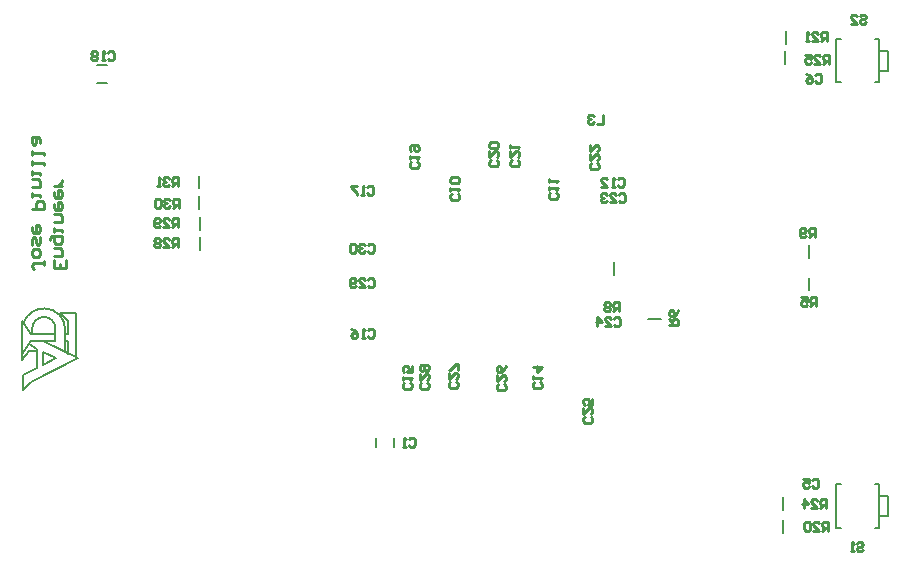
<source format=gbo>
%FSLAX24Y24*%
%MOIN*%
G70*
G01*
G75*
G04 Layer_Color=32896*
%ADD10C,0.0100*%
%ADD11R,0.1693X0.1693*%
%ADD12O,0.0827X0.0118*%
%ADD13O,0.0118X0.0827*%
%ADD14R,0.0512X0.0394*%
%ADD15O,0.0984X0.0276*%
%ADD16R,0.0394X0.0512*%
%ADD17R,0.0551X0.0433*%
%ADD18R,0.0433X0.0551*%
%ADD19R,0.0512X0.0591*%
%ADD20R,0.1299X0.1063*%
%ADD21R,0.0394X0.1063*%
%ADD22R,0.0472X0.0551*%
%ADD23R,0.0551X0.0630*%
%ADD24R,0.0500X0.0300*%
%ADD25C,0.0200*%
%ADD26C,0.0300*%
%ADD27C,0.0250*%
%ADD28C,0.0600*%
%ADD29C,0.0400*%
%ADD30C,0.0150*%
%ADD31C,0.0079*%
%ADD32R,0.7165X0.7146*%
%ADD33R,0.0719X0.1122*%
%ADD34R,0.1516X0.1821*%
%ADD35R,0.1349X0.0305*%
%ADD36R,0.0709X0.0778*%
%ADD37R,0.1830X0.1120*%
%ADD38R,0.2080X0.2124*%
%ADD39R,0.0790X0.5280*%
%ADD40R,0.0810X0.1960*%
%ADD41R,0.1310X0.3313*%
%ADD42R,0.1010X0.0210*%
%ADD43R,0.1490X0.1470*%
%ADD44R,0.0370X0.4820*%
%ADD45R,0.0770X0.0910*%
%ADD46R,0.0920X0.5210*%
%ADD47R,0.1260X0.1830*%
%ADD48R,0.1490X0.6150*%
%ADD49R,0.3870X0.4260*%
%ADD50R,0.1270X0.5300*%
%ADD51R,0.1950X0.1110*%
%ADD52R,0.2270X0.0510*%
%ADD53R,0.0780X0.2500*%
%ADD54R,0.1520X0.0820*%
%ADD55R,0.1890X0.1040*%
%ADD56R,0.3710X0.3070*%
%ADD57R,0.1740X0.1110*%
%ADD58R,0.1460X0.3920*%
%ADD59R,0.2270X0.2971*%
%ADD60R,0.0820X0.6210*%
%ADD61R,0.0810X0.5750*%
%ADD62R,0.1610X0.3230*%
%ADD63R,0.0810X0.1040*%
%ADD64R,0.0470X0.5180*%
%ADD65R,0.1430X0.1840*%
%ADD66R,0.1550X0.2090*%
%ADD67R,0.1370X0.4960*%
%ADD68R,0.1512X0.4310*%
%ADD69R,0.4902X0.1473*%
%ADD70R,0.0710X0.2250*%
%ADD71R,0.4912X0.1971*%
%ADD72R,0.1112X1.9075*%
%ADD73R,0.1452X0.7011*%
%ADD74R,0.0640X0.1540*%
%ADD75R,0.1130X0.1610*%
%ADD76R,0.3340X0.1210*%
%ADD77R,0.1110X0.1820*%
%ADD78R,0.1390X0.1590*%
%ADD79R,0.3241X0.0974*%
%ADD80R,0.1470X0.0847*%
%ADD81R,0.1260X0.9560*%
%ADD82R,0.1100X0.3420*%
%ADD83R,0.1180X0.0590*%
%ADD84R,0.0830X0.3230*%
%ADD85R,0.1820X0.0900*%
%ADD86R,0.0850X0.1900*%
%ADD87R,0.1770X0.0950*%
%ADD88C,0.0320*%
%ADD89R,0.0591X0.0591*%
%ADD90C,0.0591*%
%ADD91R,0.0591X0.0591*%
%ADD92C,0.0500*%
%ADD93R,0.0413X0.0551*%
%ADD94R,0.0669X0.0433*%
%ADD95R,0.0433X0.0669*%
%ADD96R,0.5810X0.0400*%
%ADD97R,0.1370X0.1190*%
%ADD98R,0.0260X0.2940*%
%ADD99R,0.0610X0.3620*%
%ADD100R,0.1330X0.0650*%
%ADD101R,0.0400X0.4480*%
%ADD102R,0.2410X0.0450*%
%ADD103R,0.0890X0.3400*%
%ADD104R,0.6880X0.0610*%
%ADD105R,0.1880X0.3480*%
%ADD106R,0.7920X0.0350*%
%ADD107R,0.0310X0.3890*%
%ADD108R,0.0890X0.0960*%
%ADD109R,0.2450X0.2860*%
%ADD110R,0.0960X0.0910*%
%ADD111R,0.2300X0.1250*%
%ADD112R,0.1320X0.0920*%
%ADD113R,0.1430X0.0570*%
%ADD114R,0.0600X0.2880*%
%ADD115R,0.1560X0.1200*%
%ADD116R,0.0510X0.2190*%
%ADD117R,0.0810X0.0450*%
%ADD118R,0.8040X0.0410*%
%ADD119R,0.1080X0.2300*%
%ADD120R,0.0530X0.1260*%
%ADD121R,0.0690X0.1090*%
%ADD122R,0.3970X0.0570*%
%ADD123R,0.0670X0.1760*%
%ADD124R,0.2440X0.1760*%
%ADD125R,0.3080X0.1760*%
%ADD126R,0.3360X0.3810*%
%ADD127R,0.3950X0.2010*%
%ADD128R,0.5290X0.1430*%
%ADD129R,0.1080X0.1370*%
%ADD130R,0.4870X0.0400*%
%ADD131R,0.3310X0.0720*%
%ADD132R,0.0640X0.3170*%
%ADD133R,1.4780X0.0490*%
%ADD134R,0.8680X0.0890*%
%ADD135R,0.2310X0.1210*%
%ADD136R,0.0660X0.7140*%
%ADD137R,0.3910X0.1760*%
%ADD138R,0.1190X0.4160*%
%ADD139R,0.6620X0.0690*%
%ADD140R,0.1720X0.3830*%
%ADD141R,0.0560X0.2760*%
%ADD142R,0.6730X0.0390*%
%ADD143R,0.2390X0.0640*%
%ADD144R,0.4150X0.0630*%
%ADD145R,0.5920X0.0470*%
%ADD146R,0.3050X0.2190*%
%ADD147R,0.0600X0.1180*%
%ADD148R,0.0840X0.2610*%
%ADD149R,0.4730X0.1350*%
%ADD150R,0.1830X1.0120*%
%ADD151R,0.2560X0.0720*%
%ADD152R,0.2990X0.2490*%
%ADD153R,0.1090X0.5830*%
%ADD154R,0.8340X0.8340*%
%ADD155R,0.3240X0.0960*%
%ADD156R,0.2210X0.1000*%
%ADD157R,0.1070X0.0400*%
%ADD158R,0.0610X0.1460*%
%ADD159R,0.0460X0.1390*%
%ADD160R,0.3240X0.0430*%
%ADD161R,0.0570X0.1510*%
%ADD162R,0.1660X0.0570*%
%ADD163R,0.2810X0.2110*%
%ADD164R,0.0630X0.1380*%
%ADD165R,0.1810X0.0340*%
%ADD166R,0.7090X0.0860*%
%ADD167R,0.1020X0.1410*%
%ADD168R,0.3440X0.0470*%
%ADD169R,0.0670X0.1580*%
%ADD170R,0.0560X0.6510*%
%ADD171R,2.0860X0.0750*%
%ADD172R,0.1230X0.1040*%
%ADD173R,0.1030X0.1670*%
%ADD174R,0.1220X0.0770*%
%ADD175R,0.0490X0.1560*%
%ADD176R,0.1062X0.1940*%
%ADD177R,0.0940X0.1560*%
%ADD178C,0.0098*%
%ADD179C,0.0236*%
%ADD180C,0.0080*%
%ADD181R,0.1773X0.1773*%
%ADD182O,0.0907X0.0198*%
%ADD183O,0.0198X0.0907*%
%ADD184R,0.0592X0.0474*%
%ADD185O,0.1064X0.0356*%
%ADD186R,0.0474X0.0592*%
%ADD187R,0.0631X0.0513*%
%ADD188R,0.0513X0.0631*%
%ADD189R,0.0592X0.0671*%
%ADD190R,0.1379X0.1143*%
%ADD191R,0.0474X0.1143*%
%ADD192R,0.0552X0.0631*%
%ADD193R,0.0631X0.0710*%
%ADD194R,0.0580X0.0380*%
%ADD195C,0.0400*%
%ADD196R,0.0671X0.0671*%
%ADD197C,0.0671*%
%ADD198R,0.0671X0.0671*%
%ADD199C,0.0580*%
%ADD200R,0.0493X0.0631*%
%ADD201R,0.0749X0.0513*%
%ADD202R,0.0513X0.0749*%
%ADD203C,0.0050*%
D10*
X20260Y15289D02*
Y14989D01*
X20060D01*
X19960Y15239D02*
X19910Y15289D01*
X19810D01*
X19760Y15239D01*
Y15189D01*
X19810Y15139D01*
X19860D01*
X19810D01*
X19760Y15089D01*
Y15039D01*
X19810Y14989D01*
X19910D01*
X19960Y15039D01*
X28730Y999D02*
X28780Y1049D01*
X28880D01*
X28930Y999D01*
Y949D01*
X28880Y899D01*
X28780D01*
X28730Y849D01*
Y799D01*
X28780Y749D01*
X28880D01*
X28930Y799D01*
X28630Y749D02*
X28530D01*
X28580D01*
Y1049D01*
X28630Y999D01*
X27780Y1429D02*
Y1729D01*
X27630D01*
X27580Y1679D01*
Y1579D01*
X27630Y1529D01*
X27780D01*
X27680D02*
X27580Y1429D01*
X27280D02*
X27480D01*
X27280Y1629D01*
Y1679D01*
X27330Y1729D01*
X27430D01*
X27480Y1679D01*
X27180D02*
X27130Y1729D01*
X27030D01*
X26980Y1679D01*
Y1479D01*
X27030Y1429D01*
X27130D01*
X27180Y1479D01*
Y1679D01*
X13800Y4469D02*
X13850Y4519D01*
X13950D01*
X14000Y4469D01*
Y4269D01*
X13950Y4219D01*
X13850D01*
X13800Y4269D01*
X13700Y4219D02*
X13600D01*
X13650D01*
Y4519D01*
X13700Y4469D01*
X15430Y12659D02*
X15480Y12609D01*
Y12509D01*
X15430Y12459D01*
X15230D01*
X15180Y12509D01*
Y12609D01*
X15230Y12659D01*
X15180Y12759D02*
Y12859D01*
Y12809D01*
X15480D01*
X15430Y12759D01*
Y13009D02*
X15480Y13059D01*
Y13159D01*
X15430Y13209D01*
X15230D01*
X15180Y13159D01*
Y13059D01*
X15230Y13009D01*
X15430D01*
X18720Y12699D02*
X18770Y12649D01*
Y12549D01*
X18720Y12499D01*
X18520D01*
X18470Y12549D01*
Y12649D01*
X18520Y12699D01*
X18470Y12799D02*
Y12899D01*
Y12849D01*
X18770D01*
X18720Y12799D01*
X18470Y13049D02*
Y13149D01*
Y13099D01*
X18770D01*
X18720Y13049D01*
X20760Y13149D02*
X20810Y13199D01*
X20910D01*
X20960Y13149D01*
Y12949D01*
X20910Y12899D01*
X20810D01*
X20760Y12949D01*
X20660Y12899D02*
X20560D01*
X20610D01*
Y13199D01*
X20660Y13149D01*
X20210Y12899D02*
X20410D01*
X20210Y13099D01*
Y13149D01*
X20260Y13199D01*
X20360D01*
X20410Y13149D01*
X18190Y6369D02*
X18240Y6319D01*
Y6219D01*
X18190Y6169D01*
X17990D01*
X17940Y6219D01*
Y6319D01*
X17990Y6369D01*
X17940Y6469D02*
Y6569D01*
Y6519D01*
X18240D01*
X18190Y6469D01*
X17940Y6869D02*
X18240D01*
X18090Y6719D01*
Y6919D01*
X13850Y6359D02*
X13900Y6309D01*
Y6209D01*
X13850Y6159D01*
X13650D01*
X13600Y6209D01*
Y6309D01*
X13650Y6359D01*
X13600Y6459D02*
Y6559D01*
Y6509D01*
X13900D01*
X13850Y6459D01*
X13900Y6909D02*
Y6709D01*
X13750D01*
X13800Y6809D01*
Y6859D01*
X13750Y6909D01*
X13650D01*
X13600Y6859D01*
Y6759D01*
X13650Y6709D01*
X12430Y8109D02*
X12480Y8159D01*
X12580D01*
X12630Y8109D01*
Y7909D01*
X12580Y7859D01*
X12480D01*
X12430Y7909D01*
X12330Y7859D02*
X12230D01*
X12280D01*
Y8159D01*
X12330Y8109D01*
X11880Y8159D02*
X11980Y8109D01*
X12080Y8009D01*
Y7909D01*
X12030Y7859D01*
X11930D01*
X11880Y7909D01*
Y7959D01*
X11930Y8009D01*
X12080D01*
X12410Y12879D02*
X12460Y12929D01*
X12560D01*
X12610Y12879D01*
Y12679D01*
X12560Y12629D01*
X12460D01*
X12410Y12679D01*
X12310Y12629D02*
X12210D01*
X12260D01*
Y12929D01*
X12310Y12879D01*
X12060Y12929D02*
X11860D01*
Y12879D01*
X12060Y12679D01*
Y12629D01*
X3770Y17359D02*
X3820Y17409D01*
X3920D01*
X3970Y17359D01*
Y17159D01*
X3920Y17109D01*
X3820D01*
X3770Y17159D01*
X3670Y17109D02*
X3570D01*
X3620D01*
Y17409D01*
X3670Y17359D01*
X3420D02*
X3370Y17409D01*
X3270D01*
X3220Y17359D01*
Y17309D01*
X3270Y17259D01*
X3220Y17209D01*
Y17159D01*
X3270Y17109D01*
X3370D01*
X3420Y17159D01*
Y17209D01*
X3370Y17259D01*
X3420Y17309D01*
Y17359D01*
X3370Y17259D02*
X3270D01*
X14090Y13719D02*
X14140Y13669D01*
Y13569D01*
X14090Y13519D01*
X13890D01*
X13840Y13569D01*
Y13669D01*
X13890Y13719D01*
X13840Y13819D02*
Y13919D01*
Y13869D01*
X14140D01*
X14090Y13819D01*
X13890Y14069D02*
X13840Y14119D01*
Y14219D01*
X13890Y14269D01*
X14090D01*
X14140Y14219D01*
Y14119D01*
X14090Y14069D01*
X14040D01*
X13990Y14119D01*
Y14269D01*
X16740Y13769D02*
X16790Y13719D01*
Y13619D01*
X16740Y13569D01*
X16540D01*
X16490Y13619D01*
Y13719D01*
X16540Y13769D01*
X16490Y14069D02*
Y13869D01*
X16690Y14069D01*
X16740D01*
X16790Y14019D01*
Y13919D01*
X16740Y13869D01*
Y14169D02*
X16790Y14219D01*
Y14319D01*
X16740Y14369D01*
X16540D01*
X16490Y14319D01*
Y14219D01*
X16540Y14169D01*
X16740D01*
X17430Y13779D02*
X17480Y13729D01*
Y13629D01*
X17430Y13579D01*
X17230D01*
X17180Y13629D01*
Y13729D01*
X17230Y13779D01*
X17180Y14079D02*
Y13879D01*
X17380Y14079D01*
X17430D01*
X17480Y14029D01*
Y13929D01*
X17430Y13879D01*
X17180Y14179D02*
Y14279D01*
Y14229D01*
X17480D01*
X17430Y14179D01*
X20080Y13679D02*
X20130Y13629D01*
Y13529D01*
X20080Y13479D01*
X19880D01*
X19830Y13529D01*
Y13629D01*
X19880Y13679D01*
X19830Y13979D02*
Y13779D01*
X20030Y13979D01*
X20080D01*
X20130Y13929D01*
Y13829D01*
X20080Y13779D01*
X19830Y14279D02*
Y14079D01*
X20030Y14279D01*
X20080D01*
X20130Y14229D01*
Y14129D01*
X20080Y14079D01*
X20800Y12619D02*
X20850Y12669D01*
X20950D01*
X21000Y12619D01*
Y12419D01*
X20950Y12369D01*
X20850D01*
X20800Y12419D01*
X20500Y12369D02*
X20700D01*
X20500Y12569D01*
Y12619D01*
X20550Y12669D01*
X20650D01*
X20700Y12619D01*
X20400D02*
X20350Y12669D01*
X20250D01*
X20200Y12619D01*
Y12569D01*
X20250Y12519D01*
X20300D01*
X20250D01*
X20200Y12469D01*
Y12419D01*
X20250Y12369D01*
X20350D01*
X20400Y12419D01*
X20630Y8499D02*
X20680Y8549D01*
X20780D01*
X20830Y8499D01*
Y8299D01*
X20780Y8249D01*
X20680D01*
X20630Y8299D01*
X20330Y8249D02*
X20530D01*
X20330Y8449D01*
Y8499D01*
X20380Y8549D01*
X20480D01*
X20530Y8499D01*
X20080Y8249D02*
Y8549D01*
X20230Y8399D01*
X20030D01*
X19860Y5229D02*
X19910Y5179D01*
Y5079D01*
X19860Y5029D01*
X19660D01*
X19610Y5079D01*
Y5179D01*
X19660Y5229D01*
X19610Y5529D02*
Y5329D01*
X19810Y5529D01*
X19860D01*
X19910Y5479D01*
Y5379D01*
X19860Y5329D01*
X19910Y5829D02*
Y5629D01*
X19760D01*
X19810Y5729D01*
Y5779D01*
X19760Y5829D01*
X19660D01*
X19610Y5779D01*
Y5679D01*
X19660Y5629D01*
X16980Y6309D02*
X17030Y6259D01*
Y6159D01*
X16980Y6109D01*
X16780D01*
X16730Y6159D01*
Y6259D01*
X16780Y6309D01*
X16730Y6609D02*
Y6409D01*
X16930Y6609D01*
X16980D01*
X17030Y6559D01*
Y6459D01*
X16980Y6409D01*
X17030Y6909D02*
X16980Y6809D01*
X16880Y6709D01*
X16780D01*
X16730Y6759D01*
Y6859D01*
X16780Y6909D01*
X16830D01*
X16880Y6859D01*
Y6709D01*
X15380Y6389D02*
X15430Y6339D01*
Y6239D01*
X15380Y6189D01*
X15180D01*
X15130Y6239D01*
Y6339D01*
X15180Y6389D01*
X15130Y6689D02*
Y6489D01*
X15330Y6689D01*
X15380D01*
X15430Y6639D01*
Y6539D01*
X15380Y6489D01*
X15430Y6789D02*
Y6989D01*
X15380D01*
X15180Y6789D01*
X15130D01*
X14410Y6359D02*
X14460Y6309D01*
Y6209D01*
X14410Y6159D01*
X14210D01*
X14160Y6209D01*
Y6309D01*
X14210Y6359D01*
X14160Y6659D02*
Y6459D01*
X14360Y6659D01*
X14410D01*
X14460Y6609D01*
Y6509D01*
X14410Y6459D01*
Y6759D02*
X14460Y6809D01*
Y6909D01*
X14410Y6959D01*
X14360D01*
X14310Y6909D01*
X14260Y6959D01*
X14210D01*
X14160Y6909D01*
Y6809D01*
X14210Y6759D01*
X14260D01*
X14310Y6809D01*
X14360Y6759D01*
X14410D01*
X14310Y6809D02*
Y6909D01*
X12440Y9789D02*
X12490Y9839D01*
X12590D01*
X12640Y9789D01*
Y9589D01*
X12590Y9539D01*
X12490D01*
X12440Y9589D01*
X12140Y9539D02*
X12340D01*
X12140Y9739D01*
Y9789D01*
X12190Y9839D01*
X12290D01*
X12340Y9789D01*
X12040Y9589D02*
X11990Y9539D01*
X11890D01*
X11840Y9589D01*
Y9789D01*
X11890Y9839D01*
X11990D01*
X12040Y9789D01*
Y9739D01*
X11990Y9689D01*
X11840D01*
X12430Y10939D02*
X12480Y10989D01*
X12580D01*
X12630Y10939D01*
Y10739D01*
X12580Y10689D01*
X12480D01*
X12430Y10739D01*
X12330Y10939D02*
X12280Y10989D01*
X12180D01*
X12130Y10939D01*
Y10889D01*
X12180Y10839D01*
X12230D01*
X12180D01*
X12130Y10789D01*
Y10739D01*
X12180Y10689D01*
X12280D01*
X12330Y10739D01*
X12030Y10939D02*
X11980Y10989D01*
X11880D01*
X11830Y10939D01*
Y10739D01*
X11880Y10689D01*
X11980D01*
X12030Y10739D01*
Y10939D01*
X22490Y8269D02*
X22790D01*
Y8419D01*
X22740Y8469D01*
X22640D01*
X22590Y8419D01*
Y8269D01*
Y8369D02*
X22490Y8469D01*
X22790Y8769D02*
X22740Y8669D01*
X22640Y8569D01*
X22540D01*
X22490Y8619D01*
Y8719D01*
X22540Y8769D01*
X22590D01*
X22640Y8719D01*
Y8569D01*
X20820Y8739D02*
Y9039D01*
X20670D01*
X20620Y8989D01*
Y8889D01*
X20670Y8839D01*
X20820D01*
X20720D02*
X20620Y8739D01*
X20520Y8989D02*
X20470Y9039D01*
X20370D01*
X20320Y8989D01*
Y8939D01*
X20370Y8889D01*
X20320Y8839D01*
Y8789D01*
X20370Y8739D01*
X20470D01*
X20520Y8789D01*
Y8839D01*
X20470Y8889D01*
X20520Y8939D01*
Y8989D01*
X20470Y8889D02*
X20370D01*
X27340Y11209D02*
Y11509D01*
X27190D01*
X27140Y11459D01*
Y11359D01*
X27190Y11309D01*
X27340D01*
X27240D02*
X27140Y11209D01*
X27040Y11259D02*
X26990Y11209D01*
X26890D01*
X26840Y11259D01*
Y11459D01*
X26890Y11509D01*
X26990D01*
X27040Y11459D01*
Y11409D01*
X26990Y11359D01*
X26840D01*
X27390Y8909D02*
Y9209D01*
X27240D01*
X27190Y9159D01*
Y9059D01*
X27240Y9009D01*
X27390D01*
X27290D02*
X27190Y8909D01*
X26890Y9209D02*
X27090D01*
Y9059D01*
X26990Y9109D01*
X26940D01*
X26890Y9059D01*
Y8959D01*
X26940Y8909D01*
X27040D01*
X27090Y8959D01*
X27250Y3109D02*
X27300Y3159D01*
X27400D01*
X27450Y3109D01*
Y2909D01*
X27400Y2859D01*
X27300D01*
X27250Y2909D01*
X26950Y3159D02*
X27150D01*
Y3009D01*
X27050Y3059D01*
X27000D01*
X26950Y3009D01*
Y2909D01*
X27000Y2859D01*
X27100D01*
X27150Y2909D01*
X27350Y16609D02*
X27400Y16659D01*
X27500D01*
X27550Y16609D01*
Y16409D01*
X27500Y16359D01*
X27400D01*
X27350Y16409D01*
X27050Y16659D02*
X27150Y16609D01*
X27250Y16509D01*
Y16409D01*
X27200Y16359D01*
X27100D01*
X27050Y16409D01*
Y16459D01*
X27100Y16509D01*
X27250D01*
X27740Y17749D02*
Y18049D01*
X27590D01*
X27540Y17999D01*
Y17899D01*
X27590Y17849D01*
X27740D01*
X27640D02*
X27540Y17749D01*
X27240D02*
X27440D01*
X27240Y17949D01*
Y17999D01*
X27290Y18049D01*
X27390D01*
X27440Y17999D01*
X27140Y17749D02*
X27040D01*
X27090D01*
Y18049D01*
X27140Y17999D01*
X28830Y18569D02*
X28880Y18619D01*
X28980D01*
X29030Y18569D01*
Y18519D01*
X28980Y18469D01*
X28880D01*
X28830Y18419D01*
Y18369D01*
X28880Y18319D01*
X28980D01*
X29030Y18369D01*
X28530Y18319D02*
X28730D01*
X28530Y18519D01*
Y18569D01*
X28580Y18619D01*
X28680D01*
X28730Y18569D01*
X27720Y2169D02*
Y2469D01*
X27570D01*
X27520Y2419D01*
Y2319D01*
X27570Y2269D01*
X27720D01*
X27620D02*
X27520Y2169D01*
X27220D02*
X27420D01*
X27220Y2369D01*
Y2419D01*
X27270Y2469D01*
X27370D01*
X27420Y2419D01*
X26970Y2169D02*
Y2469D01*
X27120Y2319D01*
X26920D01*
X27820Y16989D02*
Y17289D01*
X27670D01*
X27620Y17239D01*
Y17139D01*
X27670Y17089D01*
X27820D01*
X27720D02*
X27620Y16989D01*
X27320D02*
X27520D01*
X27320Y17189D01*
Y17239D01*
X27370Y17289D01*
X27470D01*
X27520Y17239D01*
X27020Y17289D02*
X27220D01*
Y17139D01*
X27120Y17189D01*
X27070D01*
X27020Y17139D01*
Y17039D01*
X27070Y16989D01*
X27170D01*
X27220Y17039D01*
X6110Y10879D02*
Y11179D01*
X5960D01*
X5910Y11129D01*
Y11029D01*
X5960Y10979D01*
X6110D01*
X6010D02*
X5910Y10879D01*
X5610D02*
X5810D01*
X5610Y11079D01*
Y11129D01*
X5660Y11179D01*
X5760D01*
X5810Y11129D01*
X5510D02*
X5460Y11179D01*
X5360D01*
X5310Y11129D01*
Y11079D01*
X5360Y11029D01*
X5310Y10979D01*
Y10929D01*
X5360Y10879D01*
X5460D01*
X5510Y10929D01*
Y10979D01*
X5460Y11029D01*
X5510Y11079D01*
Y11129D01*
X5460Y11029D02*
X5360D01*
X6120Y11539D02*
Y11839D01*
X5970D01*
X5920Y11789D01*
Y11689D01*
X5970Y11639D01*
X6120D01*
X6020D02*
X5920Y11539D01*
X5620D02*
X5820D01*
X5620Y11739D01*
Y11789D01*
X5670Y11839D01*
X5770D01*
X5820Y11789D01*
X5520Y11589D02*
X5470Y11539D01*
X5370D01*
X5320Y11589D01*
Y11789D01*
X5370Y11839D01*
X5470D01*
X5520Y11789D01*
Y11739D01*
X5470Y11689D01*
X5320D01*
X6140Y12199D02*
Y12499D01*
X5990D01*
X5940Y12449D01*
Y12349D01*
X5990Y12299D01*
X6140D01*
X6040D02*
X5940Y12199D01*
X5840Y12449D02*
X5790Y12499D01*
X5690D01*
X5640Y12449D01*
Y12399D01*
X5690Y12349D01*
X5740D01*
X5690D01*
X5640Y12299D01*
Y12249D01*
X5690Y12199D01*
X5790D01*
X5840Y12249D01*
X5540Y12449D02*
X5490Y12499D01*
X5390D01*
X5340Y12449D01*
Y12249D01*
X5390Y12199D01*
X5490D01*
X5540Y12249D01*
Y12449D01*
X6110Y12909D02*
Y13209D01*
X5960D01*
X5910Y13159D01*
Y13059D01*
X5960Y13009D01*
X6110D01*
X6010D02*
X5910Y12909D01*
X5810Y13159D02*
X5760Y13209D01*
X5660D01*
X5610Y13159D01*
Y13109D01*
X5660Y13059D01*
X5710D01*
X5660D01*
X5610Y13009D01*
Y12959D01*
X5660Y12909D01*
X5760D01*
X5810Y12959D01*
X5510Y12909D02*
X5410D01*
X5460D01*
Y13209D01*
X5510Y13159D01*
X2360Y10449D02*
Y10182D01*
X1960D01*
Y10449D01*
X2160Y10182D02*
Y10315D01*
X1960Y10582D02*
X2227D01*
Y10782D01*
X2160Y10849D01*
X1960D01*
X1827Y11115D02*
Y11182D01*
X1893Y11248D01*
X2227D01*
Y11048D01*
X2160Y10982D01*
X2027D01*
X1960Y11048D01*
Y11248D01*
Y11382D02*
Y11515D01*
Y11448D01*
X2227D01*
Y11382D01*
X1960Y11715D02*
X2227D01*
Y11915D01*
X2160Y11981D01*
X1960D01*
Y12315D02*
Y12181D01*
X2027Y12115D01*
X2160D01*
X2227Y12181D01*
Y12315D01*
X2160Y12381D01*
X2093D01*
Y12115D01*
X1960Y12715D02*
Y12581D01*
X2027Y12515D01*
X2160D01*
X2227Y12581D01*
Y12715D01*
X2160Y12781D01*
X2093D01*
Y12515D01*
X2227Y12915D02*
X1960D01*
X2093D01*
X2160Y12981D01*
X2227Y13048D01*
Y13114D01*
X1652Y10429D02*
Y10295D01*
Y10362D01*
X1319D01*
X1252Y10295D01*
Y10229D01*
X1319Y10162D01*
X1252Y10629D02*
Y10762D01*
X1319Y10829D01*
X1452D01*
X1519Y10762D01*
Y10629D01*
X1452Y10562D01*
X1319D01*
X1252Y10629D01*
Y10962D02*
Y11162D01*
X1319Y11228D01*
X1385Y11162D01*
Y11028D01*
X1452Y10962D01*
X1519Y11028D01*
Y11228D01*
X1252Y11562D02*
Y11428D01*
X1319Y11362D01*
X1452D01*
X1519Y11428D01*
Y11562D01*
X1452Y11628D01*
X1385D01*
Y11362D01*
X1252Y12161D02*
X1652D01*
Y12361D01*
X1585Y12428D01*
X1452D01*
X1385Y12361D01*
Y12161D01*
X1252Y12561D02*
Y12695D01*
Y12628D01*
X1519D01*
Y12561D01*
X1252Y12895D02*
X1519D01*
Y13094D01*
X1452Y13161D01*
X1252D01*
Y13294D02*
Y13428D01*
Y13361D01*
X1519D01*
Y13294D01*
X1252Y13628D02*
Y13761D01*
Y13694D01*
X1652D01*
Y13628D01*
X1252Y13961D02*
Y14094D01*
Y14027D01*
X1652D01*
Y13961D01*
X1519Y14361D02*
Y14494D01*
X1452Y14561D01*
X1252D01*
Y14361D01*
X1319Y14294D01*
X1385Y14361D01*
Y14561D01*
D31*
X20650Y9963D02*
Y10396D01*
X6850Y10793D02*
Y11226D01*
X6840Y11463D02*
Y11896D01*
X6820Y12143D02*
Y12576D01*
Y12833D02*
Y13266D01*
X26360Y17653D02*
Y18086D01*
X26270Y1363D02*
Y1796D01*
X27150Y10513D02*
Y10946D01*
X27150Y9433D02*
Y9866D01*
X26280Y2113D02*
Y2546D01*
X26355Y16976D02*
Y17409D01*
X29484Y17423D02*
X29764D01*
Y16762D02*
Y17423D01*
X29484Y16762D02*
X29764D01*
X28039Y16384D02*
Y17832D01*
X29484Y16384D02*
Y17832D01*
X28039Y16384D02*
X28193D01*
X29346D02*
X29484D01*
X29339Y17832D02*
X29484D01*
X28039D02*
X28201D01*
X28039Y2977D02*
X28201D01*
X29339D02*
X29484D01*
X29346Y1528D02*
X29484D01*
X28039D02*
X28193D01*
X29484D02*
Y2977D01*
X28039Y1528D02*
Y2977D01*
X29484Y1906D02*
X29764D01*
Y2567D01*
X29484D02*
X29764D01*
X21763Y8489D02*
X22197D01*
X12705Y4212D02*
Y4527D01*
X13295Y4212D02*
Y4527D01*
X3423Y16354D02*
X3737D01*
X3423Y16944D02*
X3737D01*
D203*
X2343Y8129D02*
G03*
X1673Y8836I-688J19D01*
G01*
X1627Y8553D02*
G03*
X1249Y8156I9J-387D01*
G01*
X2019Y8176D02*
G03*
X1627Y8553I-384J-7D01*
G01*
X1673Y8836D02*
G03*
X963Y8367I-39J-712D01*
G01*
X2346Y7751D02*
X2455D01*
X2346Y7991D02*
X2455D01*
Y8388D01*
X2343Y7642D02*
Y7707D01*
X922Y7121D02*
X1140Y7426D01*
X922Y7121D02*
Y7617D01*
Y7711D01*
Y8163D01*
X928Y6118D02*
X1205Y6371D01*
X928Y6118D02*
Y6602D01*
X1402Y6846D01*
X1598Y7398D02*
X2037Y7174D01*
X1598Y6946D02*
Y7398D01*
X1212Y7991D02*
X2022D01*
X1218Y7751D02*
X2022D01*
X922Y7308D02*
X1218Y7751D01*
X922Y7308D02*
Y7789D01*
Y7991D01*
Y8422D01*
X1212Y7991D01*
X2019Y7754D02*
Y8176D01*
X1619Y7750D02*
X2770Y7174D01*
X1140Y7426D02*
X1398D01*
X1598Y6946D02*
X2037Y7174D01*
X1402Y6846D02*
Y7498D01*
X1149Y7648D02*
X1402Y7498D01*
X2343Y8129D02*
X2343Y7387D01*
X2692Y7213D02*
Y8685D01*
X2455Y7332D02*
Y7751D01*
X1249Y7991D02*
Y8156D01*
X1205Y6371D02*
X2770Y7174D01*
X2186Y8685D02*
X2692D01*
X2186D02*
X2455Y8416D01*
Y8388D02*
Y8416D01*
M02*

</source>
